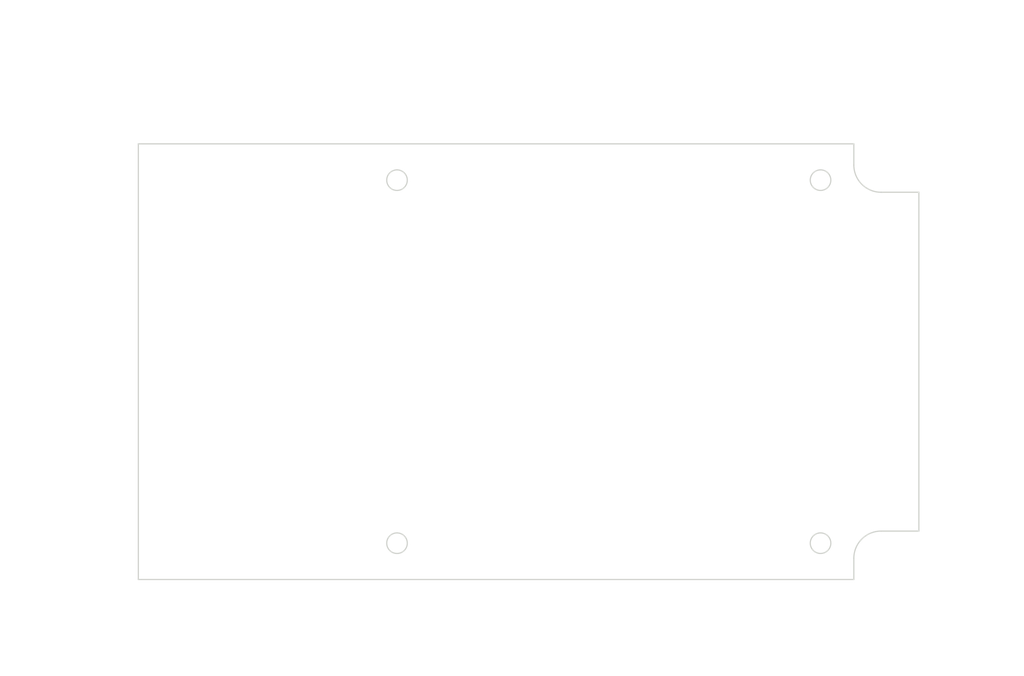
<source format=kicad_pcb>
(kicad_pcb (version 20171130) (host pcbnew "(5.1.0)-1")

  (general
    (thickness 1.6)
    (drawings 72)
    (tracks 0)
    (zones 0)
    (modules 0)
    (nets 1)
  )

  (page A4)
  (layers
    (0 F.Cu signal)
    (31 B.Cu signal)
    (32 B.Adhes user)
    (33 F.Adhes user)
    (34 B.Paste user)
    (35 F.Paste user)
    (36 B.SilkS user)
    (37 F.SilkS user)
    (38 B.Mask user)
    (39 F.Mask user)
    (40 Dwgs.User user)
    (41 Cmts.User user)
    (42 Eco1.User user)
    (43 Eco2.User user)
    (44 Edge.Cuts user)
    (45 Margin user)
    (46 B.CrtYd user)
    (47 F.CrtYd user)
    (48 B.Fab user)
    (49 F.Fab user)
  )

  (setup
    (last_trace_width 0.25)
    (trace_clearance 0.2)
    (zone_clearance 0.508)
    (zone_45_only no)
    (trace_min 0.2)
    (via_size 0.8)
    (via_drill 0.4)
    (via_min_size 0.4)
    (via_min_drill 0.3)
    (uvia_size 0.3)
    (uvia_drill 0.1)
    (uvias_allowed no)
    (uvia_min_size 0.2)
    (uvia_min_drill 0.1)
    (edge_width 0.05)
    (segment_width 0.2)
    (pcb_text_width 0.3)
    (pcb_text_size 1.5 1.5)
    (mod_edge_width 0.12)
    (mod_text_size 1 1)
    (mod_text_width 0.15)
    (pad_size 1.524 1.524)
    (pad_drill 0.762)
    (pad_to_mask_clearance 0.051)
    (solder_mask_min_width 0.25)
    (aux_axis_origin 0 0)
    (visible_elements FFFFFF7F)
    (pcbplotparams
      (layerselection 0x010fc_ffffffff)
      (usegerberextensions false)
      (usegerberattributes false)
      (usegerberadvancedattributes false)
      (creategerberjobfile false)
      (excludeedgelayer true)
      (linewidth 0.152400)
      (plotframeref false)
      (viasonmask false)
      (mode 1)
      (useauxorigin false)
      (hpglpennumber 1)
      (hpglpenspeed 20)
      (hpglpendiameter 15.000000)
      (psnegative false)
      (psa4output false)
      (plotreference true)
      (plotvalue true)
      (plotinvisibletext false)
      (padsonsilk false)
      (subtractmaskfromsilk false)
      (outputformat 1)
      (mirror false)
      (drillshape 1)
      (scaleselection 1)
      (outputdirectory ""))
  )

  (net 0 "")

  (net_class Default "This is the default net class."
    (clearance 0.2)
    (trace_width 0.25)
    (via_dia 0.8)
    (via_drill 0.4)
    (uvia_dia 0.3)
    (uvia_drill 0.1)
  )

  (gr_circle (center 130.657457 126.375401) (end 132.357457 126.375401) (layer Edge.Cuts) (width 0.2))
  (gr_circle (center 130.657457 66.375401) (end 132.357457 66.375401) (layer Edge.Cuts) (width 0.2))
  (gr_circle (center 200.657457 66.375401) (end 202.357457 66.375401) (layer Edge.Cuts) (width 0.2))
  (gr_circle (center 200.657457 126.375401) (end 202.357457 126.375401) (layer Edge.Cuts) (width 0.2))
  (gr_line (start 206.157457 132.375401) (end 87.907457 132.375401) (layer Edge.Cuts) (width 0.2))
  (gr_line (start 206.157457 128.875401) (end 206.157457 132.375401) (layer Edge.Cuts) (width 0.2))
  (gr_arc (start 210.657457 128.875401) (end 210.657457 124.375401) (angle -90) (layer Edge.Cuts) (width 0.2))
  (gr_line (start 216.907457 124.375401) (end 210.657457 124.375401) (layer Edge.Cuts) (width 0.2))
  (gr_line (start 216.907457 68.375401) (end 216.907457 124.375401) (layer Edge.Cuts) (width 0.2))
  (gr_line (start 210.657457 68.375401) (end 216.907457 68.375401) (layer Edge.Cuts) (width 0.2))
  (gr_arc (start 210.657457 63.875401) (end 206.157457 63.875401) (angle -90) (layer Edge.Cuts) (width 0.2))
  (gr_line (start 206.157457 60.375401) (end 206.157457 63.875401) (layer Edge.Cuts) (width 0.2))
  (gr_line (start 87.907457 60.375401) (end 206.157457 60.375401) (layer Edge.Cuts) (width 0.2))
  (gr_line (start 87.907457 60.375401) (end 87.907457 132.375401) (layer Edge.Cuts) (width 0.2))
  (gr_text [2.76] (at 165.657457 56.947981) (layer Dwgs.User)
    (effects (font (size 1.7 1.53) (thickness 0.2125)))
  )
  (gr_text " 70.00" (at 165.657457 53.390545) (layer Dwgs.User)
    (effects (font (size 1.7 1.53) (thickness 0.2125)))
  )
  (gr_line (start 132.657457 55.05852) (end 161.612846 55.05852) (layer Dwgs.User) (width 0.2))
  (gr_line (start 198.657457 55.05852) (end 169.702069 55.05852) (layer Dwgs.User) (width 0.2))
  (gr_line (start 130.657457 65.375401) (end 130.657457 51.88352) (layer Dwgs.User) (width 0.2))
  (gr_line (start 200.657457 65.375401) (end 200.657457 51.88352) (layer Dwgs.User) (width 0.2))
  (gr_line (start 200.657457 126.465401) (end 200.657457 126.285401) (layer Dwgs.User) (width 0.2))
  (gr_line (start 200.567457 126.375401) (end 200.747457 126.375401) (layer Dwgs.User) (width 0.2))
  (gr_text " ∅3.40\n[∅0.13]" (at 213.355182 145.648894) (layer Dwgs.User)
    (effects (font (size 1.7 1.53) (thickness 0.2125)))
  )
  (gr_line (start 206.818313 145.648894) (end 201.784022 129.899724) (layer Dwgs.User) (width 0.2))
  (gr_line (start 208.818313 145.648894) (end 206.818313 145.648894) (layer Dwgs.User) (width 0.2))
  (gr_text [R0.18] (at 229.783066 140.877325) (layer Dwgs.User)
    (effects (font (size 1.7 1.53) (thickness 0.2125)))
  )
  (gr_text " R4.50" (at 229.783066 137.319889) (layer Dwgs.User)
    (effects (font (size 1.7 1.53) (thickness 0.2125)))
  )
  (gr_line (start 223.312295 138.987863) (end 208.704427 127.314737) (layer Dwgs.User) (width 0.2))
  (gr_line (start 225.312295 138.987863) (end 223.312295 138.987863) (layer Dwgs.User) (width 0.2))
  (gr_text [2.20] (at 225.123407 98.264862) (layer Dwgs.User)
    (effects (font (size 1.7 1.53) (thickness 0.2125)))
  )
  (gr_text " 56.00" (at 225.123407 94.707427) (layer Dwgs.User)
    (effects (font (size 1.7 1.53) (thickness 0.2125)))
  )
  (gr_line (start 225.123407 122.375401) (end 225.123407 99.932836) (layer Dwgs.User) (width 0.2))
  (gr_line (start 225.123407 70.375401) (end 225.123407 92.817966) (layer Dwgs.User) (width 0.2))
  (gr_line (start 217.907457 124.375401) (end 228.298407 124.375401) (layer Dwgs.User) (width 0.2))
  (gr_line (start 217.907457 68.375401) (end 228.298407 68.375401) (layer Dwgs.User) (width 0.2))
  (gr_text [5.08] (at 152.407457 41.76547) (layer Dwgs.User)
    (effects (font (size 1.7 1.53) (thickness 0.2125)))
  )
  (gr_text " 129.00" (at 152.407457 38.208035) (layer Dwgs.User)
    (effects (font (size 1.7 1.53) (thickness 0.2125)))
  )
  (gr_line (start 89.907457 39.876009) (end 147.702444 39.876009) (layer Dwgs.User) (width 0.2))
  (gr_line (start 214.907457 39.876009) (end 157.112471 39.876009) (layer Dwgs.User) (width 0.2))
  (gr_line (start 87.907457 59.375401) (end 87.907457 36.701009) (layer Dwgs.User) (width 0.2))
  (gr_line (start 216.907457 67.375401) (end 216.907457 36.701009) (layer Dwgs.User) (width 0.2))
  (gr_text [4.66] (at 147.032457 50.487262) (layer Dwgs.User)
    (effects (font (size 1.7 1.53) (thickness 0.2125)))
  )
  (gr_text " 118.25" (at 147.032457 46.929827) (layer Dwgs.User)
    (effects (font (size 1.7 1.53) (thickness 0.2125)))
  )
  (gr_line (start 204.157457 48.597801) (end 151.746748 48.597801) (layer Dwgs.User) (width 0.2))
  (gr_line (start 89.907457 48.597801) (end 142.318167 48.597801) (layer Dwgs.User) (width 0.2))
  (gr_line (start 206.157457 59.375401) (end 206.157457 45.422801) (layer Dwgs.User) (width 0.2))
  (gr_line (start 87.907457 59.375401) (end 87.907457 45.422801) (layer Dwgs.User) (width 0.2))
  (gr_text [1.68] (at 109.282457 57.158783) (layer Dwgs.User)
    (effects (font (size 1.7 1.53) (thickness 0.2125)))
  )
  (gr_text " 42.75" (at 109.282457 53.601348) (layer Dwgs.User)
    (effects (font (size 1.7 1.53) (thickness 0.2125)))
  )
  (gr_line (start 128.657457 55.269322) (end 113.336346 55.269322) (layer Dwgs.User) (width 0.2))
  (gr_line (start 89.907457 55.269322) (end 105.228569 55.269322) (layer Dwgs.User) (width 0.2))
  (gr_line (start 130.657457 65.375401) (end 130.657457 52.094322) (layer Dwgs.User) (width 0.2))
  (gr_line (start 87.907457 59.375401) (end 87.907457 52.094322) (layer Dwgs.User) (width 0.2))
  (gr_text [.24] (at 78.657457 56.29253) (layer Dwgs.User)
    (effects (font (size 1.7 1.53) (thickness 0.2125)))
  )
  (gr_text " 6.00" (at 78.657457 52.735094) (layer Dwgs.User)
    (effects (font (size 1.7 1.53) (thickness 0.2125)))
  )
  (gr_line (start 73.273249 54.403068) (end 75.273249 54.403068) (layer Dwgs.User) (width 0.2))
  (gr_line (start 73.273249 60.375401) (end 73.273249 54.403068) (layer Dwgs.User) (width 0.2))
  (gr_line (start 73.273249 64.375401) (end 73.273249 62.375401) (layer Dwgs.User) (width 0.2))
  (gr_line (start 129.657457 66.375401) (end 70.098249 66.375401) (layer Dwgs.User) (width 0.2))
  (gr_line (start 86.907457 60.375401) (end 70.098249 60.375401) (layer Dwgs.User) (width 0.2))
  (gr_text [2.36] (at 78.657457 98.264862) (layer Dwgs.User)
    (effects (font (size 1.7 1.53) (thickness 0.2125)))
  )
  (gr_text " 60.00" (at 78.657457 94.707427) (layer Dwgs.User)
    (effects (font (size 1.7 1.53) (thickness 0.2125)))
  )
  (gr_line (start 78.657457 124.375401) (end 78.657457 99.932836) (layer Dwgs.User) (width 0.2))
  (gr_line (start 78.657457 68.375401) (end 78.657457 92.817966) (layer Dwgs.User) (width 0.2))
  (gr_line (start 129.657457 126.375401) (end 75.482457 126.375401) (layer Dwgs.User) (width 0.2))
  (gr_line (start 129.657457 66.375401) (end 75.482457 66.375401) (layer Dwgs.User) (width 0.2))
  (gr_text [2.83] (at 69.068502 98.264862) (layer Dwgs.User)
    (effects (font (size 1.7 1.53) (thickness 0.2125)))
  )
  (gr_text " 72.00" (at 69.068502 94.707427) (layer Dwgs.User)
    (effects (font (size 1.7 1.53) (thickness 0.2125)))
  )
  (gr_line (start 69.068502 130.375401) (end 69.068502 99.932836) (layer Dwgs.User) (width 0.2))
  (gr_line (start 69.068502 62.375401) (end 69.068502 92.817966) (layer Dwgs.User) (width 0.2))
  (gr_line (start 86.907457 132.375401) (end 65.893502 132.375401) (layer Dwgs.User) (width 0.2))
  (gr_line (start 86.907457 60.375401) (end 65.893502 60.375401) (layer Dwgs.User) (width 0.2))

)

</source>
